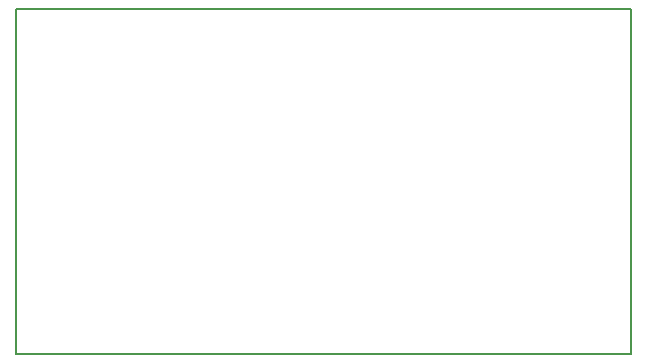
<source format=gbr>
G04 #@! TF.GenerationSoftware,KiCad,Pcbnew,(5.0.1-3-g963ef8bb5)*
G04 #@! TF.CreationDate,2018-12-19T14:50:12+08:00*
G04 #@! TF.ProjectId,16-LED-board,31362D4C45442D626F6172642E6B6963,1.0*
G04 #@! TF.SameCoordinates,Original*
G04 #@! TF.FileFunction,Profile,NP*
%FSLAX46Y46*%
G04 Gerber Fmt 4.6, Leading zero omitted, Abs format (unit mm)*
G04 Created by KiCad (PCBNEW (5.0.1-3-g963ef8bb5)) date 2018 December 19, Wednesday 14:50:12*
%MOMM*%
%LPD*%
G01*
G04 APERTURE LIST*
%ADD10C,0.150000*%
G04 APERTURE END LIST*
D10*
X63500000Y-111760000D02*
X63500000Y-82550000D01*
X115570000Y-111760000D02*
X63500000Y-111760000D01*
X115570000Y-110490000D02*
X115570000Y-111760000D01*
X115570000Y-82550000D02*
X115570000Y-110490000D01*
X63500000Y-82550000D02*
X115570000Y-82550000D01*
M02*

</source>
